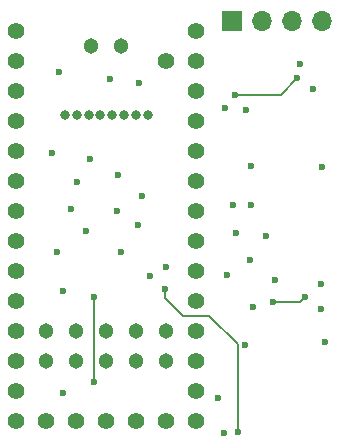
<source format=gbl>
%TF.GenerationSoftware,KiCad,Pcbnew,8.0.2-1*%
%TF.CreationDate,2024-05-18T17:44:33-05:00*%
%TF.ProjectId,can_test,63616e5f-7465-4737-942e-6b696361645f,rev?*%
%TF.SameCoordinates,Original*%
%TF.FileFunction,Copper,L4,Bot*%
%TF.FilePolarity,Positive*%
%FSLAX46Y46*%
G04 Gerber Fmt 4.6, Leading zero omitted, Abs format (unit mm)*
G04 Created by KiCad (PCBNEW 8.0.2-1) date 2024-05-18 17:44:33*
%MOMM*%
%LPD*%
G01*
G04 APERTURE LIST*
%TA.AperFunction,ComponentPad*%
%ADD10R,1.700000X1.700000*%
%TD*%
%TA.AperFunction,ComponentPad*%
%ADD11O,1.700000X1.700000*%
%TD*%
%TA.AperFunction,ComponentPad*%
%ADD12C,1.404000*%
%TD*%
%TA.AperFunction,ComponentPad*%
%ADD13C,1.304000*%
%TD*%
%TA.AperFunction,ComponentPad*%
%ADD14C,0.804000*%
%TD*%
%TA.AperFunction,ViaPad*%
%ADD15C,0.600000*%
%TD*%
%TA.AperFunction,Conductor*%
%ADD16C,0.200000*%
%TD*%
G04 APERTURE END LIST*
D10*
%TO.P,J1,1,Pin_1*%
%TO.N,Net-(IC2-VCC)*%
X52900000Y-18950000D03*
D11*
%TO.P,J1,2,Pin_2*%
%TO.N,GND*%
X55440000Y-18950000D03*
%TO.P,J1,3,Pin_3*%
%TO.N,CRX2*%
X57980000Y-18950000D03*
%TO.P,J1,4,Pin_4*%
%TO.N,CTX2*%
X60520000Y-18950000D03*
%TD*%
D12*
%TO.P,U1,1,GND*%
%TO.N,GND*%
X34630000Y-19790000D03*
%TO.P,U1,2,0_RX1_CRX2_CS1*%
%TO.N,unconnected-(U1-0_RX1_CRX2_CS1-Pad2)*%
X34630000Y-22330000D03*
%TO.P,U1,3,1_TX1_CTX2_MISO1*%
%TO.N,unconnected-(U1-1_TX1_CTX2_MISO1-Pad3)*%
X34630000Y-24870000D03*
%TO.P,U1,4,2_OUT2*%
%TO.N,unconnected-(U1-2_OUT2-Pad4)*%
X34630000Y-27410000D03*
%TO.P,U1,5,3_LRCLK2*%
%TO.N,unconnected-(U1-3_LRCLK2-Pad5)*%
X34630000Y-29950000D03*
%TO.P,U1,6,4_BCLK2*%
%TO.N,unconnected-(U1-4_BCLK2-Pad6)*%
X34630000Y-32490000D03*
%TO.P,U1,7,5_IN2*%
%TO.N,unconnected-(U1-5_IN2-Pad7)*%
X34630000Y-35030000D03*
%TO.P,U1,8,6_OUT1D*%
%TO.N,unconnected-(U1-6_OUT1D-Pad8)*%
X34630000Y-37570000D03*
%TO.P,U1,9,7_RX2_OUT1A*%
%TO.N,unconnected-(U1-7_RX2_OUT1A-Pad9)*%
X34630000Y-40110000D03*
%TO.P,U1,10,8_TX2_IN1*%
%TO.N,unconnected-(U1-8_TX2_IN1-Pad10)*%
X34630000Y-42650000D03*
%TO.P,U1,11,9_OUT1C*%
%TO.N,unconnected-(U1-9_OUT1C-Pad11)*%
X34630000Y-45190000D03*
%TO.P,U1,12,10_CS_MQSR*%
%TO.N,unconnected-(U1-10_CS_MQSR-Pad12)*%
X34630000Y-47730000D03*
%TO.P,U1,13,11_MOSI_CTX1*%
%TO.N,unconnected-(U1-11_MOSI_CTX1-Pad13)*%
X34630000Y-50270000D03*
%TO.P,U1,14,12_MISO_MQSL*%
%TO.N,unconnected-(U1-12_MISO_MQSL-Pad14)*%
X34630000Y-52810000D03*
%TO.P,U1,15,VBAT*%
%TO.N,unconnected-(U1-VBAT-Pad15)*%
X37170000Y-52810000D03*
%TO.P,U1,16,3V3*%
%TO.N,unconnected-(U1-3V3-Pad16)*%
X39710000Y-52810000D03*
%TO.P,U1,17,GND*%
%TO.N,GND*%
X42250000Y-52810000D03*
%TO.P,U1,18,PROGRAM*%
%TO.N,unconnected-(U1-PROGRAM-Pad18)*%
X44790000Y-52810000D03*
%TO.P,U1,19,ON_OFF*%
%TO.N,unconnected-(U1-ON_OFF-Pad19)*%
X47330000Y-52810000D03*
%TO.P,U1,20,13_SCK_CRX1_LED*%
%TO.N,unconnected-(U1-13_SCK_CRX1_LED-Pad20)*%
X49870000Y-52810000D03*
%TO.P,U1,21,14_A0_TX3_SPDIF_OUT*%
%TO.N,unconnected-(U1-14_A0_TX3_SPDIF_OUT-Pad21)*%
X49870000Y-50270000D03*
%TO.P,U1,22,15_A1_RX3_SPDIF_IN*%
%TO.N,unconnected-(U1-15_A1_RX3_SPDIF_IN-Pad22)*%
X49870000Y-47730000D03*
%TO.P,U1,23,16_A2_RX4_SCL1*%
%TO.N,unconnected-(U1-16_A2_RX4_SCL1-Pad23)*%
X49870000Y-45190000D03*
%TO.P,U1,24,17_A3_TX4_SDA1*%
%TO.N,unconnected-(U1-17_A3_TX4_SDA1-Pad24)*%
X49870000Y-42650000D03*
%TO.P,U1,25,18_A4_SDA0*%
%TO.N,unconnected-(U1-18_A4_SDA0-Pad25)*%
X49870000Y-40110000D03*
%TO.P,U1,26,19_A5_SCL0*%
%TO.N,unconnected-(U1-19_A5_SCL0-Pad26)*%
X49870000Y-37570000D03*
%TO.P,U1,27,20_A6_TX5_LRCLK1*%
%TO.N,unconnected-(U1-20_A6_TX5_LRCLK1-Pad27)*%
X49870000Y-35030000D03*
%TO.P,U1,28,21_A7_RX5_BCLK1*%
%TO.N,unconnected-(U1-21_A7_RX5_BCLK1-Pad28)*%
X49870000Y-32490000D03*
%TO.P,U1,29,22_A8_CTX1*%
%TO.N,unconnected-(U1-22_A8_CTX1-Pad29)*%
X49870000Y-29950000D03*
%TO.P,U1,30,23_A9_CRX1_MCLK1*%
%TO.N,unconnected-(U1-23_A9_CRX1_MCLK1-Pad30)*%
X49870000Y-27410000D03*
%TO.P,U1,31,3V3*%
%TO.N,unconnected-(U1-3V3-Pad31)*%
X49870000Y-24870000D03*
%TO.P,U1,32,GND*%
%TO.N,GND*%
X49870000Y-22330000D03*
%TO.P,U1,33,VIN*%
%TO.N,unconnected-(U1-VIN-Pad33)*%
X49870000Y-19790000D03*
%TO.P,U1,34,VUSB*%
%TO.N,unconnected-(U1-VUSB-Pad34)*%
X47330000Y-22330000D03*
D13*
%TO.P,U1,35,24_A10_TX6_SCL2*%
%TO.N,unconnected-(U1-24_A10_TX6_SCL2-Pad35)*%
X47330000Y-47730000D03*
%TO.P,U1,36,25_A11_RX6_SDA2*%
%TO.N,unconnected-(U1-25_A11_RX6_SDA2-Pad36)*%
X47330000Y-45190000D03*
%TO.P,U1,37,26_A12_MOSI1*%
%TO.N,unconnected-(U1-26_A12_MOSI1-Pad37)*%
X44790000Y-47730000D03*
%TO.P,U1,38,27_A13_SCK1*%
%TO.N,unconnected-(U1-27_A13_SCK1-Pad38)*%
X44790000Y-45190000D03*
%TO.P,U1,39,28_RX7*%
%TO.N,unconnected-(U1-28_RX7-Pad39)*%
X42250000Y-47730000D03*
%TO.P,U1,40,29_TX7*%
%TO.N,unconnected-(U1-29_TX7-Pad40)*%
X42250000Y-45190000D03*
%TO.P,U1,41,30_CRX3*%
%TO.N,CRX1*%
X39710000Y-47730000D03*
%TO.P,U1,42,31_CTX3*%
%TO.N,CTX1*%
X39710000Y-45190000D03*
%TO.P,U1,43,32_OUT1B*%
%TO.N,unconnected-(U1-32_OUT1B-Pad43)*%
X37170000Y-47730000D03*
%TO.P,U1,44,33_MCLK2*%
%TO.N,unconnected-(U1-33_MCLK2-Pad44)*%
X37170000Y-45190000D03*
D14*
%TO.P,U1,45,34_DAT1_MISO2*%
%TO.N,unconnected-(U1-34_DAT1_MISO2-Pad45)*%
X45750000Y-26928400D03*
%TO.P,U1,46,35_DAT0_MOSI2*%
%TO.N,unconnected-(U1-35_DAT0_MOSI2-Pad46)*%
X44750000Y-26928400D03*
%TO.P,U1,47,GND*%
%TO.N,unconnected-(U1-GND-Pad47)*%
X43750000Y-26928400D03*
%TO.P,U1,48,36_CLK_CS2*%
%TO.N,unconnected-(U1-36_CLK_CS2-Pad48)*%
X42750000Y-26928400D03*
%TO.P,U1,49,3V3*%
%TO.N,+3.3V*%
X41750000Y-26928400D03*
%TO.P,U1,50,37_CMD_SCK2*%
%TO.N,unconnected-(U1-37_CMD_SCK2-Pad50)*%
X40750000Y-26928400D03*
%TO.P,U1,51,38_DAT3_RX5*%
%TO.N,unconnected-(U1-38_DAT3_RX5-Pad51)*%
X39750000Y-26928400D03*
%TO.P,U1,52,39_DAT2_TX5*%
%TO.N,unconnected-(U1-39_DAT2_TX5-Pad52)*%
X38750000Y-26928400D03*
D13*
%TO.P,U1,53,D-*%
%TO.N,unconnected-(U1-D--Pad53)*%
X43520000Y-21060000D03*
%TO.P,U1,54,D+*%
%TO.N,unconnected-(U1-D+-Pad54)*%
X40980000Y-21060000D03*
%TD*%
D15*
%TO.N,Net-(IC2-VCC)*%
X53175000Y-25225000D03*
X58425000Y-23800000D03*
%TO.N,GND*%
X38575000Y-50450000D03*
X58675000Y-22575000D03*
X40850000Y-30675000D03*
X44975000Y-24200000D03*
X43200000Y-31975000D03*
X41175000Y-42300000D03*
X39800000Y-32625000D03*
X45925000Y-40550000D03*
X52200000Y-53825000D03*
X40525000Y-36750000D03*
X43525000Y-38525000D03*
X55750000Y-37150000D03*
X60750000Y-46150000D03*
X41175000Y-49550000D03*
X42550000Y-23875000D03*
X38600000Y-41825000D03*
X39250000Y-34875000D03*
X54625000Y-43150000D03*
X38100000Y-38525000D03*
X53225000Y-36900000D03*
X54375000Y-39225000D03*
X56525000Y-40900000D03*
X43125000Y-35050000D03*
X37625000Y-30175000D03*
X52300000Y-26325000D03*
X51700000Y-50850000D03*
X45300000Y-33750000D03*
X38275000Y-23300000D03*
X44900000Y-36250000D03*
X54075000Y-26525000D03*
X54525000Y-31275000D03*
X53000000Y-34550000D03*
X47275000Y-39775000D03*
X60525000Y-31325000D03*
X60425000Y-41200000D03*
X52425000Y-40450000D03*
X60450000Y-43350000D03*
X54525000Y-34550000D03*
X53975000Y-46375000D03*
X59700000Y-24725000D03*
%TO.N,CTX1*%
X53400000Y-53725000D03*
X47250000Y-41675000D03*
%TO.N,CANH*%
X56350000Y-42775000D03*
X59075000Y-42350000D03*
%TD*%
D16*
%TO.N,Net-(IC2-VCC)*%
X57000000Y-25225000D02*
X53175000Y-25225000D01*
X58425000Y-23800000D02*
X57000000Y-25225000D01*
%TO.N,GND*%
X41175000Y-49550000D02*
X41175000Y-42300000D01*
%TO.N,CTX1*%
X47250000Y-42375000D02*
X47250000Y-41675000D01*
X53375000Y-46300000D02*
X50975000Y-43900000D01*
X48775000Y-43900000D02*
X47250000Y-42375000D01*
X53400000Y-53725000D02*
X53375000Y-53700000D01*
X53375000Y-53700000D02*
X53375000Y-46300000D01*
X50975000Y-43900000D02*
X48775000Y-43900000D01*
%TO.N,CANH*%
X56350000Y-42775000D02*
X58650000Y-42775000D01*
X58650000Y-42775000D02*
X59075000Y-42350000D01*
%TD*%
M02*

</source>
